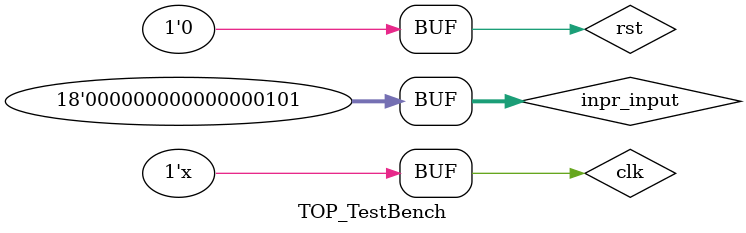
<source format=v>
module TOP_TestBench;

reg clk, rst;
reg [17:0] inpr_input;
TOP top1 (clk,rst,inpr_input); //instantiation
  initial
    begin
      rst<=1'b1;
      inpr_input<=18'd0;
      clk<=1'b0;
      #15 rst<=1'b0;
       rst<=1'b1;
      #50 rst<=1'b0;
      inpr_input<=18'd5;
    end
  always //clock
  #5 clk<=~clk;

endmodule

</source>
